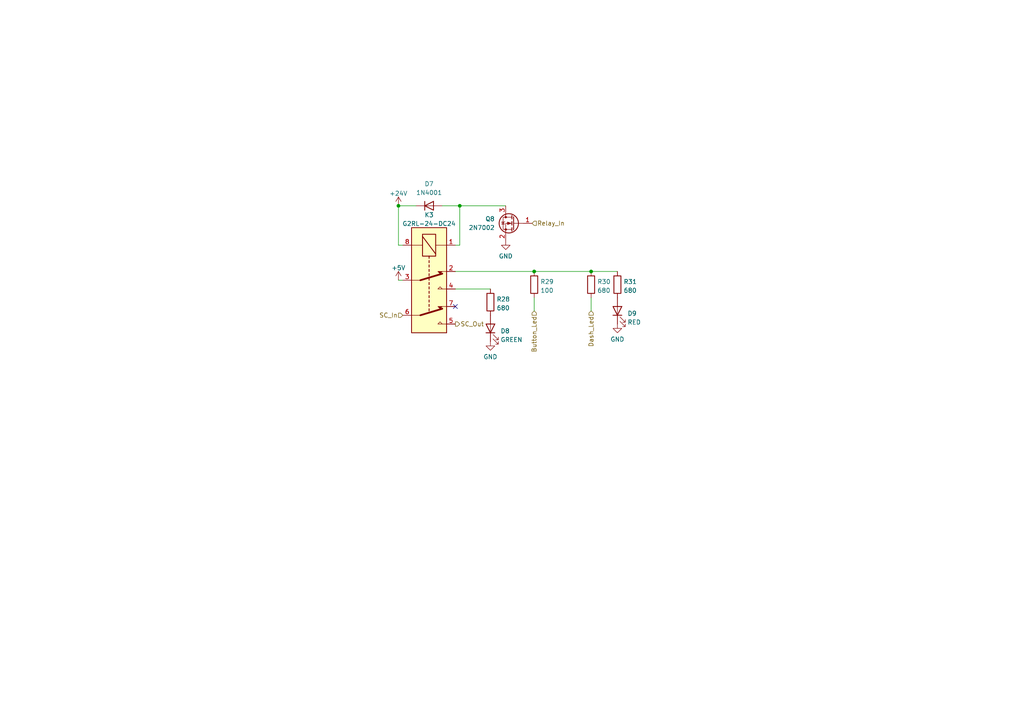
<source format=kicad_sch>
(kicad_sch (version 20230121) (generator eeschema)
  (paper "A4")
  (lib_symbols
    (symbol "Device:LED" (pin_numbers hide) (pin_names (offset 1.016) hide)
      (property "Reference" "D" (at 0 2.54 0))
      (property "Value" "LED" (at 0 -2.54 0))
      (symbol "LED_0_1"
        (polyline (pts (xy -1.27 -1.27) (xy -1.27 1.27)) (stroke (width 0.254)))
        (polyline (pts (xy -1.27 0) (xy 1.27 0)))
        (polyline (pts (xy 1.27 -1.27) (xy 1.27 1.27) (xy -1.27 0) (xy 1.27 -1.27)) (stroke (width 0.254)))
        (polyline (pts (xy -3.048 -0.762) (xy -4.572 -2.286) (xy -3.81 -2.286) (xy -4.572 -2.286) (xy -4.572 -1.524)))
        (polyline (pts (xy -1.778 -0.762) (xy -3.302 -2.286) (xy -2.54 -2.286) (xy -3.302 -2.286) (xy -3.302 -1.524)))
      )
      (symbol "LED_1_1"
        (pin passive line (at -3.81 0 0) (length 2.54) (name "K") (number "1"))
        (pin passive line (at 3.81 0 180) (length 2.54) (name "A") (number "2"))
      )
    )
    (symbol "Device:R" (pin_numbers hide) (pin_names (offset 0))
      (property "Reference" "R" (at 2.032 0 90))
      (property "Value" "R" (at 0 0 90))
      (symbol "R_0_1"
        (rectangle (start -1.016 -2.54) (end 1.016 2.54) (stroke (width 0.254)))
      )
      (symbol "R_1_1"
        (pin passive line (at 0 3.81 270) (length 1.27) (name "~") (number "1"))
        (pin passive line (at 0 -3.81 90) (length 1.27) (name "~") (number "2"))
      )
    )
    (symbol "Diode:1N4001" (pin_numbers hide) (pin_names (offset 1.016) hide)
      (property "Reference" "D" (at 0 2.54 0))
      (property "Value" "1N4001" (at 0 -2.54 0))
      (symbol "1N4001_0_1"
        (polyline (pts (xy -1.27 1.27) (xy -1.27 -1.27)) (stroke (width 0.254)))
        (polyline (pts (xy 1.27 0) (xy -1.27 0)))
        (polyline (pts (xy 1.27 1.27) (xy 1.27 -1.27) (xy -1.27 0) (xy 1.27 1.27)) (stroke (width 0.254)))
      )
      (symbol "1N4001_1_1"
        (pin passive line (at -3.81 0 0) (length 2.54) (name "K") (number "1"))
        (pin passive line (at 3.81 0 180) (length 2.54) (name "A") (number "2"))
      )
    )
    (symbol "Relay:G2RL-24-DC5"
      (property "Reference" "RL" (at 16.51 3.81 0))
      (property "Value" "G2RL-24-DC5" (at 16.51 1.27 0))
      (symbol "G2RL-24-DC5_0_1"
        (rectangle (start -15.24 5.08) (end 15.24 -5.08) (stroke (width 0.254)) (fill (type background)))
        (rectangle (start -13.335 1.905) (end -6.985 -1.905) (stroke (width 0.254)))
        (polyline (pts (xy -12.7 -1.905) (xy -7.62 1.905)) (stroke (width 0.254)))
        (polyline (pts (xy -10.16 -5.08) (xy -10.16 -1.905)))
        (polyline (pts (xy -10.16 5.08) (xy -10.16 1.905)))
        (polyline (pts (xy -6.985 0) (xy -6.35 0)) (stroke (width 0.254)))
        (polyline (pts (xy -5.715 0) (xy -5.08 0)) (stroke (width 0.254)))
        (polyline (pts (xy -4.445 0) (xy -3.81 0)) (stroke (width 0.254)))
        (polyline (pts (xy -3.175 0) (xy -2.54 0)) (stroke (width 0.254)))
        (polyline (pts (xy -1.905 0) (xy -1.27 0)) (stroke (width 0.254)))
        (polyline (pts (xy -0.635 0) (xy 0 0)) (stroke (width 0.254)))
        (polyline (pts (xy 0 -2.54) (xy -1.905 3.81)) (stroke (width 0.508)))
        (polyline (pts (xy 0 -2.54) (xy 0 -5.08)))
        (polyline (pts (xy 0.635 0) (xy 1.27 0)) (stroke (width 0.254)))
        (polyline (pts (xy 1.905 0) (xy 2.54 0)) (stroke (width 0.254)))
        (polyline (pts (xy 3.175 0) (xy 3.81 0)) (stroke (width 0.254)))
        (polyline (pts (xy 4.445 0) (xy 5.08 0)) (stroke (width 0.254)))
        (polyline (pts (xy 5.715 0) (xy 6.35 0)) (stroke (width 0.254)))
        (polyline (pts (xy 6.985 0) (xy 7.62 0)) (stroke (width 0.254)))
        (polyline (pts (xy 8.255 0) (xy 8.89 0)) (stroke (width 0.254)))
        (polyline (pts (xy 10.16 -2.54) (xy 8.255 3.81)) (stroke (width 0.508)))
        (polyline (pts (xy 10.16 -2.54) (xy 10.16 -5.08)))
        (polyline (pts (xy -2.54 5.08) (xy -2.54 2.54) (xy -1.905 3.175) (xy -2.54 3.81)) (fill (type outline)))
        (polyline (pts (xy 2.54 5.08) (xy 2.54 2.54) (xy 1.905 3.175) (xy 2.54 3.81)))
        (polyline (pts (xy 7.62 5.08) (xy 7.62 2.54) (xy 8.255 3.175) (xy 7.62 3.81)) (fill (type outline)))
        (polyline (pts (xy 12.7 5.08) (xy 12.7 2.54) (xy 12.065 3.175) (xy 12.7 3.81)))
      )
      (symbol "G2RL-24-DC5_1_1"
        (pin passive line (at -10.16 7.62 270) (length 2.54) (name "~") (number "1"))
        (pin passive line (at -2.54 7.62 270) (length 2.54) (name "~") (number "2"))
        (pin passive line (at 0 -7.62 90) (length 2.54) (name "~") (number "3"))
        (pin passive line (at 2.54 7.62 270) (length 2.54) (name "~") (number "4"))
        (pin passive line (at 12.7 7.62 270) (length 2.54) (name "~") (number "5"))
        (pin passive line (at 10.16 -7.62 90) (length 2.54) (name "~") (number "6"))
        (pin passive line (at 7.62 7.62 270) (length 2.54) (name "~") (number "7"))
        (pin passive line (at -10.16 -7.62 90) (length 2.54) (name "~") (number "8"))
      )
    )
    (symbol "Transistor_FET:2N7002" (pin_names hide)
      (property "Reference" "Q" (at 5.08 1.905 0))
      (property "Value" "2N7002" (at 5.08 0 0))
      (symbol "2N7002_0_1"
        (polyline (pts (xy 0.254 0) (xy -2.54 0)))
        (polyline (pts (xy 0.254 1.905) (xy 0.254 -1.905)) (stroke (width 0.254)))
        (polyline (pts (xy 0.762 -1.27) (xy 0.762 -2.286)) (stroke (width 0.254)))
        (polyline (pts (xy 0.762 0.508) (xy 0.762 -0.508)) (stroke (width 0.254)))
        (polyline (pts (xy 0.762 2.286) (xy 0.762 1.27)) (stroke (width 0.254)))
        (polyline (pts (xy 2.54 2.54) (xy 2.54 1.778)))
        (polyline (pts (xy 2.54 -2.54) (xy 2.54 0) (xy 0.762 0)))
        (polyline (pts (xy 0.762 -1.778) (xy 3.302 -1.778) (xy 3.302 1.778) (xy 0.762 1.778)))
        (polyline (pts (xy 1.016 0) (xy 2.032 0.381) (xy 2.032 -0.381) (xy 1.016 0)) (fill (type outline)))
        (polyline (pts (xy 2.794 0.508) (xy 2.921 0.381) (xy 3.683 0.381) (xy 3.81 0.254)))
        (polyline (pts (xy 3.302 0.381) (xy 2.921 -0.254) (xy 3.683 -0.254) (xy 3.302 0.381)))
        (circle (center 1.651 0) (radius 2.794) (stroke (width 0.254)))
        (circle (center 2.54 -1.778) (radius 0.254) (fill (type outline)))
        (circle (center 2.54 1.778) (radius 0.254) (fill (type outline)))
      )
      (symbol "2N7002_1_1"
        (pin input line (at -5.08 0 0) (length 2.54) (name "G") (number "1"))
        (pin passive line (at 2.54 -5.08 90) (length 2.54) (name "S") (number "2"))
        (pin passive line (at 2.54 5.08 270) (length 2.54) (name "D") (number "3"))
      )
    )
    (symbol "power:+24V" (power) (pin_names (offset 0))
      (property "Value" "+24V" (at 0 3.556 0))
      (symbol "+24V_0_1"
        (polyline (pts (xy -0.762 1.27) (xy 0 2.54)))
        (polyline (pts (xy 0 0) (xy 0 2.54)))
        (polyline (pts (xy 0 2.54) (xy 0.762 1.27)))
      )
      (symbol "+24V_1_1"
        (pin power_in line (at 0 0 90) (length 0) hide (name "+24V") (number "1"))
      )
    )
    (symbol "power:+5V" (power) (pin_names (offset 0))
      (property "Value" "+5V" (at 0 3.556 0))
      (symbol "+5V_0_1"
        (polyline (pts (xy -0.762 1.27) (xy 0 2.54)))
        (polyline (pts (xy 0 0) (xy 0 2.54)))
        (polyline (pts (xy 0 2.54) (xy 0.762 1.27)))
      )
      (symbol "+5V_1_1"
        (pin power_in line (at 0 0 90) (length 0) hide (name "+5V") (number "1"))
      )
    )
    (symbol "power:GND" (power) (pin_names (offset 0))
      (property "Value" "GND" (at 0 -3.81 0))
      (symbol "GND_0_1"
        (polyline (pts (xy 0 0) (xy 0 -1.27) (xy 1.27 -1.27) (xy 0 -2.54) (xy -1.27 -1.27) (xy 0 -1.27)))
      )
      (symbol "GND_1_1"
        (pin power_in line (at 0 0 270) (length 0) hide (name "GND") (number "1"))
      )
    )
  )
  (junction (at 133.35 59.69))
  (junction (at 154.94 78.74))
  (junction (at 115.57 59.69))
  (junction (at 171.45 78.74))
  (no_connect (at 132.08 88.9))
  (wire (pts (xy 133.35 59.69) (xy 146.685 59.69)))
  (wire (pts (xy 115.57 81.28) (xy 116.84 81.28)))
  (wire (pts (xy 115.57 59.69) (xy 115.57 71.12)))
  (wire (pts (xy 171.45 86.36) (xy 171.45 90.17)))
  (wire (pts (xy 133.35 59.69) (xy 133.35 71.12)))
  (wire (pts (xy 132.08 71.12) (xy 133.35 71.12)))
  (wire (pts (xy 132.08 78.74) (xy 154.94 78.74)))
  (wire (pts (xy 120.65 59.69) (xy 115.57 59.69)))
  (wire (pts (xy 128.27 59.69) (xy 133.35 59.69)))
  (wire (pts (xy 115.57 71.12) (xy 116.84 71.12)))
  (wire (pts (xy 171.45 78.74) (xy 179.07 78.74)))
  (wire (pts (xy 154.94 90.17) (xy 154.94 86.36)))
  (wire (pts (xy 154.94 78.74) (xy 171.45 78.74)))
  (wire (pts (xy 132.08 83.82) (xy 142.24 83.82)))
  (hierarchical_label "Dash_Led" (shape input) (at 171.45 90.17 270))
  (hierarchical_label "Relay_In" (shape input) (at 154.305 64.77 0))
  (hierarchical_label "SC_Out" (shape output) (at 132.08 93.98 0))
  (hierarchical_label "SC_In" (shape input) (at 116.84 91.44 180))
  (hierarchical_label "Button_Led" (shape input) (at 154.94 90.17 270))
  (symbol (lib_id "Relay:G2RL-24-DC5") (at 124.46 81.28 270) (unit 1)
    (property "Reference" "K3" (at 124.46 62.3402 90))
    (property "Value" "G2RL-24-DC24" (at 124.46 64.8771 90))
    (property "Footprint" "Relay_THT:Relay_DPDT_Omron_G2RL" (effects hide))
    (property "Datasheet" "https://omronfs.omron.com/en_US/ecb/products/pdf/en-g2rl.pdf" (effects hide))
    (property "Description" "General Purpose Relays DPDT 5VDC Class F Sealed, Hi-Capacity" (effects hide))
    (property "Height" "15.7" (effects hide))
    (property "Mouser Part Number" "653-G2RL-24-DC5" (effects hide))
    (property "Mouser Price/Stock" "https://www.mouser.co.uk/ProductDetail/Omron-Electronics/G2RL-24-DC5?qs=HDDQUw%2F3PhqJg7sIn7s%2Fiw%3D%3D" (effects hide))
    (property "Manufacturer_Name" "Omron Electronics" (effects hide))
    (property "Manufacturer_Part_Number" "G2RL-24-DC5" (effects hide))
    (instances (project "SC_Board_EP4O_V2_20230615" (path "" (reference "K3") (unit 1)) (path "" (reference "K4") (unit 1)) (path "" (reference "K5") (unit 1))))
  )
  (symbol (lib_id "power:GND") (at 146.685 69.85 0) (unit 1)
    (property "Reference" "#PWR099" (effects hide))
    (property "Value" "GND" (at 146.685 74.2934 0))
    (instances (project "SC_Board_EP4O_V2_20230615" (path "" (reference "#PWR099") (unit 1)) (path "" (reference "#PWR0104") (unit 1)) (path "" (reference "#PWR0109") (unit 1))))
  )
  (symbol (lib_id "Transistor_FET:2N7002") (at 149.225 64.77 0) (mirror y) (unit 1)
    (property "Reference" "Q8" (at 143.51 63.4999 0) (effects (justify left)))
    (property "Value" "2N7002" (at 143.51 66.0399 0) (effects (justify left)))
    (property "Footprint" "Package_TO_SOT_SMD:SOT-23" (effects hide))
    (property "Datasheet" "https://www.onsemi.com/pub/Collateral/NDS7002A-D.PDF" (effects hide))
    (instances (project "SC_Board_EP4O_V2_20230615" (path "" (reference "Q8") (unit 1)) (path "" (reference "Q9") (unit 1)) (path "" (reference "Q10") (unit 1))))
  )
  (symbol (lib_id "Device:LED") (at 179.07 90.17 90) (unit 1)
    (property "Reference" "D9" (at 181.991 90.9228 90) (effects (justify right)))
    (property "Value" "RED" (at 181.991 93.4597 90) (effects (justify right)))
    (property "Footprint" "Diode_SMD:D_0805_2012Metric_Pad1.15x1.40mm_HandSolder" (effects hide))
    (instances (project "SC_Board_EP4O_V2_20230615" (path "" (reference "D9") (unit 1)) (path "" (reference "D12") (unit 1)) (path "" (reference "D15") (unit 1))))
  )
  (symbol (lib_id "power:GND") (at 179.07 93.98 0) (unit 1)
    (property "Reference" "#PWR0103" (effects hide))
    (property "Value" "GND" (at 179.07 98.4234 0))
    (instances (project "SC_Board_EP4O_V2_20230615" (path "" (reference "#PWR0103") (unit 1)) (path "" (reference "#PWR0108") (unit 1)) (path "" (reference "#PWR0113") (unit 1))))
  )
  (symbol (lib_id "Device:R") (at 142.24 87.63 0) (unit 1)
    (property "Reference" "R28" (at 144.018 86.7953 0) (effects (justify left)))
    (property "Value" "680" (at 144.018 89.3322 0) (effects (justify left)))
    (property "Footprint" "Resistor_SMD:R_0805_2012Metric_Pad1.20x1.40mm_HandSolder" (effects hide))
    (instances (project "SC_Board_EP4O_V2_20230615" (path "" (reference "R28") (unit 1)) (path "" (reference "R32") (unit 1)) (path "" (reference "R36") (unit 1))))
  )
  (symbol (lib_id "power:+5V") (at 115.57 81.28 0) (unit 1)
    (property "Reference" "#PWR0100" (effects hide))
    (property "Value" "+5V" (at 115.57 77.7042 0))
    (instances (project "SC_Board_EP4O_V2_20230615" (path "" (reference "#PWR0100") (unit 1)) (path "" (reference "#PWR0105") (unit 1)) (path "" (reference "#PWR0110") (unit 1))))
  )
  (symbol (lib_id "Device:LED") (at 142.24 95.25 90) (unit 1)
    (property "Reference" "D8" (at 145.161 96.0028 90) (effects (justify right)))
    (property "Value" "GREEN" (at 145.161 98.5397 90) (effects (justify right)))
    (property "Footprint" "Diode_SMD:D_0805_2012Metric_Pad1.15x1.40mm_HandSolder" (effects hide))
    (instances (project "SC_Board_EP4O_V2_20230615" (path "" (reference "D8") (unit 1)) (path "" (reference "D11") (unit 1)) (path "" (reference "D14") (unit 1))))
  )
  (symbol (lib_id "Diode:1N4001") (at 124.46 59.69 0) (unit 1)
    (property "Reference" "D7" (at 124.46 53.34 0))
    (property "Value" "1N4001" (at 124.46 55.88 0))
    (property "Footprint" "Diode_SMD:D_MiniMELF_Handsoldering" (effects hide))
    (property "Datasheet" "http://www.vishay.com/docs/88503/1n4001.pdf" (effects hide))
    (instances (project "SC_Board_EP4O_V2_20230615" (path "" (reference "D7") (unit 1)) (path "" (reference "D10") (unit 1)) (path "" (reference "D13") (unit 1))))
  )
  (symbol (lib_id "Device:R") (at 171.45 82.55 0) (unit 1)
    (property "Reference" "R30" (at 173.228 81.7153 0) (effects (justify left)))
    (property "Value" "680" (at 173.228 84.2522 0) (effects (justify left)))
    (property "Footprint" "Resistor_SMD:R_0805_2012Metric_Pad1.20x1.40mm_HandSolder" (effects hide))
    (instances (project "SC_Board_EP4O_V2_20230615" (path "" (reference "R30") (unit 1)) (path "" (reference "R34") (unit 1)) (path "" (reference "R38") (unit 1))))
  )
  (symbol (lib_id "power:+24V") (at 115.57 59.69 0) (unit 1)
    (property "Reference" "#PWR0102" (effects hide))
    (property "Value" "+24V" (at 115.57 56.1142 0))
    (instances (project "SC_Board_EP4O_V2_20230615" (path "" (reference "#PWR0102") (unit 1)) (path "" (reference "#PWR0107") (unit 1)) (path "" (reference "#PWR0112") (unit 1))))
  )
  (symbol (lib_id "power:GND") (at 142.24 99.06 0) (unit 1)
    (property "Reference" "#PWR0101" (effects hide))
    (property "Value" "GND" (at 142.24 103.5034 0))
    (instances (project "SC_Board_EP4O_V2_20230615" (path "" (reference "#PWR0101") (unit 1)) (path "" (reference "#PWR0106") (unit 1)) (path "" (reference "#PWR0111") (unit 1))))
  )
  (symbol (lib_id "Device:R") (at 179.07 82.55 0) (unit 1)
    (property "Reference" "R31" (at 180.848 81.7153 0) (effects (justify left)))
    (property "Value" "680" (at 180.848 84.2522 0) (effects (justify left)))
    (property "Footprint" "Resistor_SMD:R_0805_2012Metric_Pad1.20x1.40mm_HandSolder" (effects hide))
    (instances (project "SC_Board_EP4O_V2_20230615" (path "" (reference "R31") (unit 1)) (path "" (reference "R35") (unit 1)) (path "" (reference "R39") (unit 1))))
  )
  (symbol (lib_id "Device:R") (at 154.94 82.55 0) (unit 1)
    (property "Reference" "R29" (at 156.718 81.7153 0) (effects (justify left)))
    (property "Value" "100" (at 156.718 84.2522 0) (effects (justify left)))
    (property "Footprint" "Resistor_SMD:R_0805_2012Metric_Pad1.20x1.40mm_HandSolder" (effects hide))
    (instances (project "SC_Board_EP4O_V2_20230615" (path "" (reference "R29") (unit 1)) (path "" (reference "R33") (unit 1)) (path "" (reference "R37") (unit 1))))
  )
)
</source>
